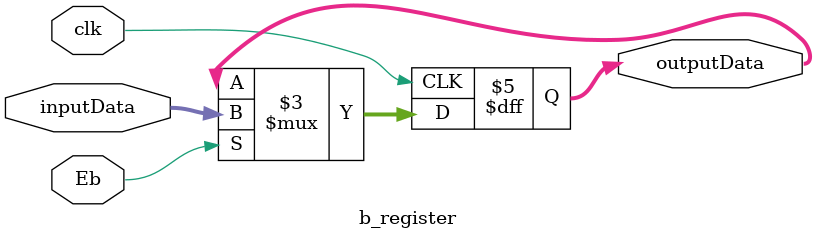
<source format=v>
module b_register(clk, Eb, inputData, outputData);

    // clk is main input clock
    // Eb is input enable signal for b register
    // inputData is input data for b register
    // outputData is output data for b register

    input clk;
    input Eb;
    input [7:0] inputData;
    output reg[7:0] outputData;

    always@(posedge clk)
    begin
        if(Eb)
            outputData <= inputData;
        else
            outputData <= outputData;
    end
endmodule
</source>
